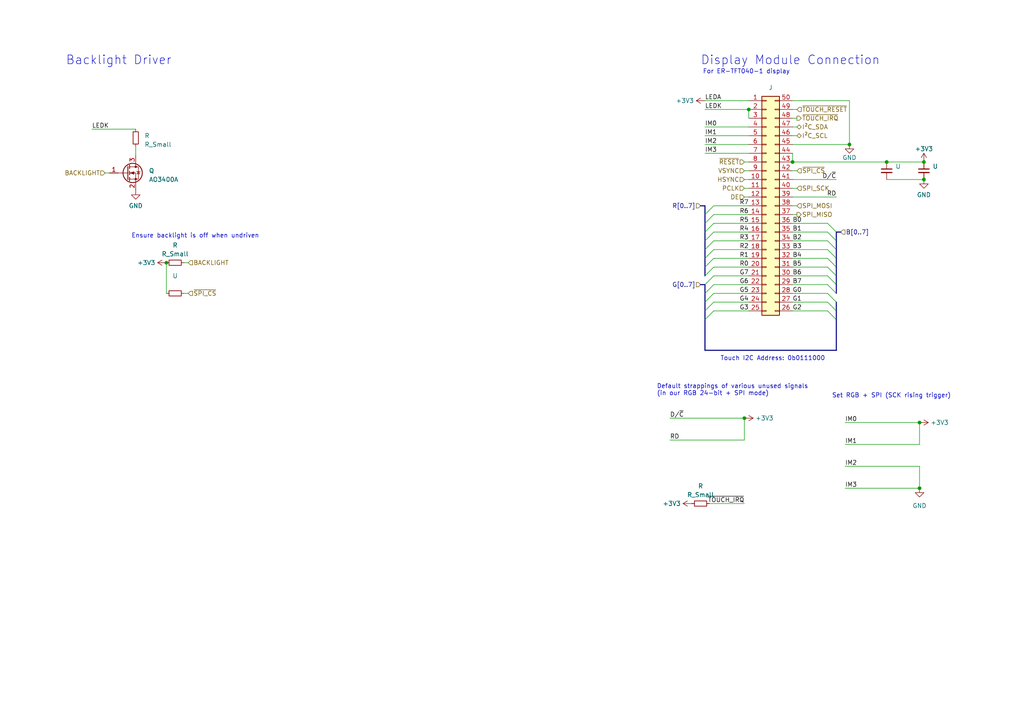
<source format=kicad_sch>
(kicad_sch (version 20220404) (generator eeschema)
  (paper "A4")
  (title_block (title "Front Panel") (date "2022-06-27") (rev "4"))
  (lib_symbols
    (symbol "Connector_Generic:Conn_02x25_Counter_Clockwise" (pin_names (offset 1.016) hide)
      (property "Reference" "J" (at 1.27 33.02 0))
      (property "Value" "Conn_02x25_Counter_Clockwise" (at 1.27 -33.02 0))
      (symbol "Conn_02x25_Counter_Clockwise_1_1"
        (rectangle (start -1.27 -30.353) (end 0 -30.607) (stroke (width 0.1524)))
        (rectangle (start -1.27 -27.813) (end 0 -28.067) (stroke (width 0.1524)))
        (rectangle (start -1.27 -25.273) (end 0 -25.527) (stroke (width 0.1524)))
        (rectangle (start -1.27 -22.733) (end 0 -22.987) (stroke (width 0.1524)))
        (rectangle (start -1.27 -20.193) (end 0 -20.447) (stroke (width 0.1524)))
        (rectangle (start -1.27 -17.653) (end 0 -17.907) (stroke (width 0.1524)))
        (rectangle (start -1.27 -15.113) (end 0 -15.367) (stroke (width 0.1524)))
        (rectangle (start -1.27 -12.573) (end 0 -12.827) (stroke (width 0.1524)))
        (rectangle (start -1.27 -10.033) (end 0 -10.287) (stroke (width 0.1524)))
        (rectangle (start -1.27 -7.493) (end 0 -7.747) (stroke (width 0.1524)))
        (rectangle (start -1.27 -4.953) (end 0 -5.207) (stroke (width 0.1524)))
        (rectangle (start -1.27 -2.413) (end 0 -2.667) (stroke (width 0.1524)))
        (rectangle (start -1.27 0.127) (end 0 -0.127) (stroke (width 0.1524)))
        (rectangle (start -1.27 2.667) (end 0 2.413) (stroke (width 0.1524)))
        (rectangle (start -1.27 5.207) (end 0 4.953) (stroke (width 0.1524)))
        (rectangle (start -1.27 7.747) (end 0 7.493) (stroke (width 0.1524)))
        (rectangle (start -1.27 10.287) (end 0 10.033) (stroke (width 0.1524)))
        (rectangle (start -1.27 12.827) (end 0 12.573) (stroke (width 0.1524)))
        (rectangle (start -1.27 15.367) (end 0 15.113) (stroke (width 0.1524)))
        (rectangle (start -1.27 17.907) (end 0 17.653) (stroke (width 0.1524)))
        (rectangle (start -1.27 20.447) (end 0 20.193) (stroke (width 0.1524)))
        (rectangle (start -1.27 22.987) (end 0 22.733) (stroke (width 0.1524)))
        (rectangle (start -1.27 25.527) (end 0 25.273) (stroke (width 0.1524)))
        (rectangle (start -1.27 28.067) (end 0 27.813) (stroke (width 0.1524)))
        (rectangle (start -1.27 30.607) (end 0 30.353) (stroke (width 0.1524)))
        (rectangle (start -1.27 31.75) (end 3.81 -31.75) (stroke (width 0.254)) (fill (type background)))
        (rectangle (start 3.81 -30.353) (end 2.54 -30.607) (stroke (width 0.1524)))
        (rectangle (start 3.81 -27.813) (end 2.54 -28.067) (stroke (width 0.1524)))
        (rectangle (start 3.81 -25.273) (end 2.54 -25.527) (stroke (width 0.1524)))
        (rectangle (start 3.81 -22.733) (end 2.54 -22.987) (stroke (width 0.1524)))
        (rectangle (start 3.81 -20.193) (end 2.54 -20.447) (stroke (width 0.1524)))
        (rectangle (start 3.81 -17.653) (end 2.54 -17.907) (stroke (width 0.1524)))
        (rectangle (start 3.81 -15.113) (end 2.54 -15.367) (stroke (width 0.1524)))
        (rectangle (start 3.81 -12.573) (end 2.54 -12.827) (stroke (width 0.1524)))
        (rectangle (start 3.81 -10.033) (end 2.54 -10.287) (stroke (width 0.1524)))
        (rectangle (start 3.81 -7.493) (end 2.54 -7.747) (stroke (width 0.1524)))
        (rectangle (start 3.81 -4.953) (end 2.54 -5.207) (stroke (width 0.1524)))
        (rectangle (start 3.81 -2.413) (end 2.54 -2.667) (stroke (width 0.1524)))
        (rectangle (start 3.81 0.127) (end 2.54 -0.127) (stroke (width 0.1524)))
        (rectangle (start 3.81 2.667) (end 2.54 2.413) (stroke (width 0.1524)))
        (rectangle (start 3.81 5.207) (end 2.54 4.953) (stroke (width 0.1524)))
        (rectangle (start 3.81 7.747) (end 2.54 7.493) (stroke (width 0.1524)))
        (rectangle (start 3.81 10.287) (end 2.54 10.033) (stroke (width 0.1524)))
        (rectangle (start 3.81 12.827) (end 2.54 12.573) (stroke (width 0.1524)))
        (rectangle (start 3.81 15.367) (end 2.54 15.113) (stroke (width 0.1524)))
        (rectangle (start 3.81 17.907) (end 2.54 17.653) (stroke (width 0.1524)))
        (rectangle (start 3.81 20.447) (end 2.54 20.193) (stroke (width 0.1524)))
        (rectangle (start 3.81 22.987) (end 2.54 22.733) (stroke (width 0.1524)))
        (rectangle (start 3.81 25.527) (end 2.54 25.273) (stroke (width 0.1524)))
        (rectangle (start 3.81 28.067) (end 2.54 27.813) (stroke (width 0.1524)))
        (rectangle (start 3.81 30.607) (end 2.54 30.353) (stroke (width 0.1524)))
        (pin passive line (at -5.08 30.48 0) (length 3.81) (name "Pin_1") (number "1"))
        (pin passive line (at -5.08 7.62 0) (length 3.81) (name "Pin_10") (number "10"))
        (pin passive line (at -5.08 5.08 0) (length 3.81) (name "Pin_11") (number "11"))
        (pin passive line (at -5.08 2.54 0) (length 3.81) (name "Pin_12") (number "12"))
        (pin passive line (at -5.08 0 0) (length 3.81) (name "Pin_13") (number "13"))
        (pin passive line (at -5.08 -2.54 0) (length 3.81) (name "Pin_14") (number "14"))
        (pin passive line (at -5.08 -5.08 0) (length 3.81) (name "Pin_15") (number "15"))
        (pin passive line (at -5.08 -7.62 0) (length 3.81) (name "Pin_16") (number "16"))
        (pin passive line (at -5.08 -10.16 0) (length 3.81) (name "Pin_17") (number "17"))
        (pin passive line (at -5.08 -12.7 0) (length 3.81) (name "Pin_18") (number "18"))
        (pin passive line (at -5.08 -15.24 0) (length 3.81) (name "Pin_19") (number "19"))
        (pin passive line (at -5.08 27.94 0) (length 3.81) (name "Pin_2") (number "2"))
        (pin passive line (at -5.08 -17.78 0) (length 3.81) (name "Pin_20") (number "20"))
        (pin passive line (at -5.08 -20.32 0) (length 3.81) (name "Pin_21") (number "21"))
        (pin passive line (at -5.08 -22.86 0) (length 3.81) (name "Pin_22") (number "22"))
        (pin passive line (at -5.08 -25.4 0) (length 3.81) (name "Pin_23") (number "23"))
        (pin passive line (at -5.08 -27.94 0) (length 3.81) (name "Pin_24") (number "24"))
        (pin passive line (at -5.08 -30.48 0) (length 3.81) (name "Pin_25") (number "25"))
        (pin passive line (at 7.62 -30.48 180) (length 3.81) (name "Pin_26") (number "26"))
        (pin passive line (at 7.62 -27.94 180) (length 3.81) (name "Pin_27") (number "27"))
        (pin passive line (at 7.62 -25.4 180) (length 3.81) (name "Pin_28") (number "28"))
        (pin passive line (at 7.62 -22.86 180) (length 3.81) (name "Pin_29") (number "29"))
        (pin passive line (at -5.08 25.4 0) (length 3.81) (name "Pin_3") (number "3"))
        (pin passive line (at 7.62 -20.32 180) (length 3.81) (name "Pin_30") (number "30"))
        (pin passive line (at 7.62 -17.78 180) (length 3.81) (name "Pin_31") (number "31"))
        (pin passive line (at 7.62 -15.24 180) (length 3.81) (name "Pin_32") (number "32"))
        (pin passive line (at 7.62 -12.7 180) (length 3.81) (name "Pin_33") (number "33"))
        (pin passive line (at 7.62 -10.16 180) (length 3.81) (name "Pin_34") (number "34"))
        (pin passive line (at 7.62 -7.62 180) (length 3.81) (name "Pin_35") (number "35"))
        (pin passive line (at 7.62 -5.08 180) (length 3.81) (name "Pin_36") (number "36"))
        (pin passive line (at 7.62 -2.54 180) (length 3.81) (name "Pin_37") (number "37"))
        (pin passive line (at 7.62 0 180) (length 3.81) (name "Pin_38") (number "38"))
        (pin passive line (at 7.62 2.54 180) (length 3.81) (name "Pin_39") (number "39"))
        (pin passive line (at -5.08 22.86 0) (length 3.81) (name "Pin_4") (number "4"))
        (pin passive line (at 7.62 5.08 180) (length 3.81) (name "Pin_40") (number "40"))
        (pin passive line (at 7.62 7.62 180) (length 3.81) (name "Pin_41") (number "41"))
        (pin passive line (at 7.62 10.16 180) (length 3.81) (name "Pin_42") (number "42"))
        (pin passive line (at 7.62 12.7 180) (length 3.81) (name "Pin_43") (number "43"))
        (pin passive line (at 7.62 15.24 180) (length 3.81) (name "Pin_44") (number "44"))
        (pin passive line (at 7.62 17.78 180) (length 3.81) (name "Pin_45") (number "45"))
        (pin passive line (at 7.62 20.32 180) (length 3.81) (name "Pin_46") (number "46"))
        (pin passive line (at 7.62 22.86 180) (length 3.81) (name "Pin_47") (number "47"))
        (pin passive line (at 7.62 25.4 180) (length 3.81) (name "Pin_48") (number "48"))
        (pin passive line (at 7.62 27.94 180) (length 3.81) (name "Pin_49") (number "49"))
        (pin passive line (at -5.08 20.32 0) (length 3.81) (name "Pin_5") (number "5"))
        (pin passive line (at 7.62 30.48 180) (length 3.81) (name "Pin_50") (number "50"))
        (pin passive line (at -5.08 17.78 0) (length 3.81) (name "Pin_6") (number "6"))
        (pin passive line (at -5.08 15.24 0) (length 3.81) (name "Pin_7") (number "7"))
        (pin passive line (at -5.08 12.7 0) (length 3.81) (name "Pin_8") (number "8"))
        (pin passive line (at -5.08 10.16 0) (length 3.81) (name "Pin_9") (number "9"))
      )
    )
    (symbol "Device:C_Small" (pin_numbers hide) (pin_names (offset 0.254) hide)
      (property "Reference" "C" (at 0.254 1.778 0))
      (property "Value" "C_Small" (at 0.254 -2.032 0))
      (symbol "C_Small_0_1"
        (polyline (pts (xy -1.524 -0.508) (xy 1.524 -0.508)) (stroke (width 0.3302)))
        (polyline (pts (xy -1.524 0.508) (xy 1.524 0.508)) (stroke (width 0.3048)))
      )
      (symbol "C_Small_1_1"
        (pin passive line (at 0 2.54 270) (length 2.032) (name "~") (number "1"))
        (pin passive line (at 0 -2.54 90) (length 2.032) (name "~") (number "2"))
      )
    )
    (symbol "Device:R_Small" (pin_numbers hide) (pin_names (offset 0.254) hide)
      (property "Reference" "R" (at 0.762 0.508 0))
      (property "Value" "R_Small" (at 0.762 -1.016 0))
      (symbol "R_Small_0_1"
        (rectangle (start -0.762 1.778) (end 0.762 -1.778) (stroke (width 0.2032)))
      )
      (symbol "R_Small_1_1"
        (pin passive line (at 0 2.54 270) (length 0.762) (name "~") (number "1"))
        (pin passive line (at 0 -2.54 90) (length 0.762) (name "~") (number "2"))
      )
    )
    (symbol "Transistor_FET:AO3400A" (pin_names hide)
      (property "Reference" "Q" (at 5.08 1.905 0))
      (property "Value" "AO3400A" (at 5.08 0 0))
      (symbol "AO3400A_0_1"
        (polyline (pts (xy 0.254 0) (xy -2.54 0)))
        (polyline (pts (xy 0.254 1.905) (xy 0.254 -1.905)) (stroke (width 0.254)))
        (polyline (pts (xy 0.762 -1.27) (xy 0.762 -2.286)) (stroke (width 0.254)))
        (polyline (pts (xy 0.762 0.508) (xy 0.762 -0.508)) (stroke (width 0.254)))
        (polyline (pts (xy 0.762 2.286) (xy 0.762 1.27)) (stroke (width 0.254)))
        (polyline (pts (xy 2.54 2.54) (xy 2.54 1.778)))
        (polyline (pts (xy 2.54 -2.54) (xy 2.54 0) (xy 0.762 0)))
        (polyline (pts (xy 0.762 -1.778) (xy 3.302 -1.778) (xy 3.302 1.778) (xy 0.762 1.778)))
        (polyline (pts (xy 1.016 0) (xy 2.032 0.381) (xy 2.032 -0.381) (xy 1.016 0)) (fill (type outline)))
        (polyline (pts (xy 2.794 0.508) (xy 2.921 0.381) (xy 3.683 0.381) (xy 3.81 0.254)))
        (polyline (pts (xy 3.302 0.381) (xy 2.921 -0.254) (xy 3.683 -0.254) (xy 3.302 0.381)))
        (circle (center 1.651 0) (radius 2.794) (stroke (width 0.254)))
        (circle (center 2.54 -1.778) (radius 0.254) (fill (type outline)))
        (circle (center 2.54 1.778) (radius 0.254) (fill (type outline)))
      )
      (symbol "AO3400A_1_1"
        (pin input line (at -5.08 0 0) (length 2.54) (name "G") (number "1"))
        (pin passive line (at 2.54 -5.08 90) (length 2.54) (name "S") (number "2"))
        (pin passive line (at 2.54 5.08 270) (length 2.54) (name "D") (number "3"))
      )
    )
    (symbol "power:+3V3" (power) (pin_names (offset 0))
      (property "Value" "+3V3" (at 0 3.556 0))
      (symbol "+3V3_0_1"
        (polyline (pts (xy -0.762 1.27) (xy 0 2.54)))
        (polyline (pts (xy 0 0) (xy 0 2.54)))
        (polyline (pts (xy 0 2.54) (xy 0.762 1.27)))
      )
      (symbol "+3V3_1_1"
        (pin power_in line (at 0 0 90) (length 0) hide (name "+3V3") (number "1"))
      )
    )
    (symbol "power:GND" (power) (pin_names (offset 0))
      (property "Value" "GND" (at 0 -3.81 0))
      (symbol "GND_0_1"
        (polyline (pts (xy 0 0) (xy 0 -1.27) (xy 1.27 -1.27) (xy 0 -2.54) (xy -1.27 -1.27) (xy 0 -1.27)))
      )
      (symbol "GND_1_1"
        (pin power_in line (at 0 0 270) (length 0) hide (name "GND") (number "1"))
      )
    )
  )
  (junction (at 229.87 46.99))
  (junction (at 215.9 121.285))
  (junction (at 246.38 41.91))
  (junction (at 267.97 46.99))
  (junction (at 217.17 31.75))
  (junction (at 266.7 122.555))
  (junction (at 267.97 52.07))
  (junction (at 48.26 76.2))
  (junction (at 266.7 141.605))
  (junction (at 257.175 46.99))
  (bus_entry (at 240.03 87.63) (size 2.54 2.54))
  (bus_entry (at 240.03 69.85) (size 2.54 2.54))
  (bus_entry (at 204.47 82.55) (size 2.54 -2.54))
  (bus_entry (at 204.47 72.39) (size 2.54 -2.54))
  (bus_entry (at 240.03 85.09) (size 2.54 2.54))
  (bus_entry (at 204.47 62.23) (size 2.54 -2.54))
  (bus_entry (at 204.47 74.93) (size 2.54 -2.54))
  (bus_entry (at 204.47 80.01) (size 2.54 -2.54))
  (bus_entry (at 204.47 77.47) (size 2.54 -2.54))
  (bus_entry (at 204.47 87.63) (size 2.54 -2.54))
  (bus_entry (at 240.03 72.39) (size 2.54 2.54))
  (bus_entry (at 240.03 90.17) (size 2.54 2.54))
  (bus_entry (at 204.47 92.71) (size 2.54 -2.54))
  (bus_entry (at 204.47 90.17) (size 2.54 -2.54))
  (bus_entry (at 204.47 64.77) (size 2.54 -2.54))
  (bus_entry (at 240.03 67.31) (size 2.54 2.54))
  (bus_entry (at 240.03 77.47) (size 2.54 2.54))
  (bus_entry (at 204.47 85.09) (size 2.54 -2.54))
  (bus_entry (at 204.47 67.31) (size 2.54 -2.54))
  (bus_entry (at 240.03 64.77) (size 2.54 2.54))
  (bus_entry (at 204.47 69.85) (size 2.54 -2.54))
  (bus_entry (at 240.03 82.55) (size 2.54 2.54))
  (bus_entry (at 240.03 80.01) (size 2.54 2.54))
  (bus_entry (at 240.03 74.93) (size 2.54 2.54))
  (wire (pts (xy 229.87 69.85) (xy 240.03 69.85)))
  (wire (pts (xy 229.87 74.93) (xy 240.03 74.93)))
  (wire (pts (xy 207.01 69.85) (xy 217.17 69.85)))
  (wire (pts (xy 204.47 41.91) (xy 217.17 41.91)))
  (wire (pts (xy 229.87 64.77) (xy 240.03 64.77)))
  (wire (pts (xy 229.87 59.69) (xy 231.14 59.69)))
  (wire (pts (xy 229.87 62.23) (xy 231.14 62.23)))
  (bus (pts (xy 242.57 92.71) (xy 242.57 101.6)))
  (wire (pts (xy 245.11 141.605) (xy 266.7 141.605)))
  (wire (pts (xy 215.9 49.53) (xy 217.17 49.53)))
  (wire (pts (xy 48.26 76.2) (xy 48.26 85.09)))
  (wire (pts (xy 217.17 31.75) (xy 217.17 34.29)))
  (wire (pts (xy 229.87 52.07) (xy 242.57 52.07)))
  (wire (pts (xy 204.47 31.75) (xy 217.17 31.75)))
  (bus (pts (xy 242.57 90.17) (xy 242.57 92.71)))
  (wire (pts (xy 246.38 29.21) (xy 246.38 41.91)))
  (wire (pts (xy 207.01 72.39) (xy 217.17 72.39)))
  (bus (pts (xy 204.47 72.39) (xy 204.47 74.93)))
  (bus (pts (xy 204.47 62.23) (xy 204.47 64.77)))
  (wire (pts (xy 245.11 135.255) (xy 266.7 135.255)))
  (wire (pts (xy 266.7 141.605) (xy 266.7 135.255)))
  (bus (pts (xy 242.57 87.63) (xy 242.57 90.17)))
  (bus (pts (xy 204.47 82.55) (xy 204.47 85.09)))
  (wire (pts (xy 229.87 72.39) (xy 240.03 72.39)))
  (bus (pts (xy 204.47 101.6) (xy 242.57 101.6)))
  (wire (pts (xy 30.48 50.165) (xy 31.75 50.165)))
  (wire (pts (xy 229.87 87.63) (xy 240.03 87.63)))
  (bus (pts (xy 204.47 82.55) (xy 203.2 82.55)))
  (wire (pts (xy 229.87 80.01) (xy 240.03 80.01)))
  (wire (pts (xy 204.47 39.37) (xy 217.17 39.37)))
  (bus (pts (xy 242.57 80.01) (xy 242.57 82.55)))
  (wire (pts (xy 194.31 121.285) (xy 215.9 121.285)))
  (wire (pts (xy 266.7 128.905) (xy 266.7 122.555)))
  (wire (pts (xy 257.175 52.07) (xy 267.97 52.07)))
  (wire (pts (xy 207.01 64.77) (xy 217.17 64.77)))
  (wire (pts (xy 39.37 42.545) (xy 39.37 45.085)))
  (wire (pts (xy 207.01 90.17) (xy 217.17 90.17)))
  (bus (pts (xy 242.57 77.47) (xy 242.57 80.01)))
  (wire (pts (xy 207.01 82.55) (xy 217.17 82.55)))
  (wire (pts (xy 207.01 77.47) (xy 217.17 77.47)))
  (wire (pts (xy 257.175 46.99) (xy 267.97 46.99)))
  (bus (pts (xy 204.47 69.85) (xy 204.47 72.39)))
  (wire (pts (xy 245.11 122.555) (xy 266.7 122.555)))
  (wire (pts (xy 205.74 146.05) (xy 215.9 146.05)))
  (wire (pts (xy 215.9 57.15) (xy 217.17 57.15)))
  (wire (pts (xy 53.34 85.09) (xy 54.61 85.09)))
  (bus (pts (xy 242.57 69.85) (xy 242.57 72.39)))
  (wire (pts (xy 215.9 52.07) (xy 217.17 52.07)))
  (bus (pts (xy 204.47 74.93) (xy 204.47 77.47)))
  (wire (pts (xy 229.87 85.09) (xy 240.03 85.09)))
  (wire (pts (xy 207.01 67.31) (xy 217.17 67.31)))
  (wire (pts (xy 204.47 44.45) (xy 217.17 44.45)))
  (bus (pts (xy 204.47 90.17) (xy 204.47 92.71)))
  (bus (pts (xy 242.57 67.31) (xy 243.84 67.31)))
  (bus (pts (xy 204.47 77.47) (xy 204.47 80.01)))
  (bus (pts (xy 242.57 82.55) (xy 242.57 85.09)))
  (bus (pts (xy 242.57 74.93) (xy 242.57 77.47)))
  (wire (pts (xy 204.47 29.21) (xy 217.17 29.21)))
  (wire (pts (xy 229.87 77.47) (xy 240.03 77.47)))
  (wire (pts (xy 229.87 44.45) (xy 229.87 46.99)))
  (wire (pts (xy 229.87 49.53) (xy 231.14 49.53)))
  (wire (pts (xy 207.01 80.01) (xy 217.17 80.01)))
  (wire (pts (xy 229.87 67.31) (xy 240.03 67.31)))
  (bus (pts (xy 204.47 59.69) (xy 204.47 62.23)))
  (wire (pts (xy 229.87 31.75) (xy 231.14 31.75)))
  (wire (pts (xy 245.11 128.905) (xy 266.7 128.905)))
  (bus (pts (xy 204.47 87.63) (xy 204.47 90.17)))
  (wire (pts (xy 207.01 87.63) (xy 217.17 87.63)))
  (bus (pts (xy 204.47 85.09) (xy 204.47 87.63)))
  (wire (pts (xy 215.9 54.61) (xy 217.17 54.61)))
  (wire (pts (xy 229.87 82.55) (xy 240.03 82.55)))
  (bus (pts (xy 204.47 67.31) (xy 204.47 69.85)))
  (wire (pts (xy 215.9 127.635) (xy 215.9 121.285)))
  (wire (pts (xy 229.87 57.15) (xy 242.57 57.15)))
  (wire (pts (xy 207.01 85.09) (xy 217.17 85.09)))
  (wire (pts (xy 194.31 127.635) (xy 215.9 127.635)))
  (bus (pts (xy 204.47 92.71) (xy 204.47 101.6)))
  (wire (pts (xy 229.87 34.29) (xy 231.14 34.29)))
  (wire (pts (xy 229.87 39.37) (xy 231.14 39.37)))
  (wire (pts (xy 207.01 59.69) (xy 217.17 59.69)))
  (wire (pts (xy 215.9 46.99) (xy 217.17 46.99)))
  (bus (pts (xy 242.57 72.39) (xy 242.57 74.93)))
  (bus (pts (xy 242.57 67.31) (xy 242.57 69.85)))
  (wire (pts (xy 26.67 37.465) (xy 39.37 37.465)))
  (bus (pts (xy 204.47 59.69) (xy 203.2 59.69)))
  (wire (pts (xy 229.87 41.91) (xy 246.38 41.91)))
  (wire (pts (xy 229.87 46.99) (xy 257.175 46.99)))
  (wire (pts (xy 229.87 36.83) (xy 231.14 36.83)))
  (wire (pts (xy 53.34 76.2) (xy 54.61 76.2)))
  (wire (pts (xy 207.01 62.23) (xy 217.17 62.23)))
  (wire (pts (xy 229.87 54.61) (xy 231.14 54.61)))
  (wire (pts (xy 204.47 36.83) (xy 217.17 36.83)))
  (wire (pts (xy 229.87 90.17) (xy 240.03 90.17)))
  (wire (pts (xy 207.01 74.93) (xy 217.17 74.93)))
  (wire (pts (xy 229.87 29.21) (xy 246.38 29.21)))
  (bus (pts (xy 204.47 64.77) (xy 204.47 67.31)))
  (text "Set RGB + SPI (SCK rising trigger)" (at 241.3 115.57 0) (effects (font (size 1.27 1.27)) (justify left bottom)))
  (text "Ensure backlight is off when undriven" (at 38.1 69.215 0) (effects (font (size 1.27 1.27)) (justify left bottom)))
  (text "For ER-TFT040-1 display" (at 203.835 21.59 0) (effects (font (size 1.27 1.27)) (justify left bottom)))
  (text "Default strappings of various unused signals\n(in our RGB 24-bit + SPI mode)\n" (at 190.5 114.935 0) (effects (font (size 1.27 1.27)) (justify left bottom)))
  (text "Touch I2C Address: 0b0111000" (at 208.915 104.775 0) (effects (font (size 1.27 1.27)) (justify left bottom)))
  (text "Display Module Connection" (at 203.2 19.05 0) (effects (font (size 2.54 2.54)) (justify left bottom)))
  (text "Backlight Driver" (at 19.05 19.05 0) (effects (font (size 2.54 2.54)) (justify left bottom)))
  (label "G2" (at 229.87 90.17 0))
  (label "D{slash}~{C}" (at 194.31 121.285 0))
  (label "IM3" (at 204.47 44.45 0))
  (label "B5" (at 229.87 77.47 0))
  (label "G1" (at 229.87 87.63 0))
  (label "B7" (at 229.87 82.55 0))
  (label "B3" (at 229.87 72.39 0))
  (label "IM2" (at 245.11 135.255 0))
  (label "~{TOUCH_IRQ}" (at 215.9 146.05 0))
  (label "R2" (at 217.17 72.39 0))
  (label "RD" (at 194.31 127.635 0))
  (label "IM1" (at 204.47 39.37 0))
  (label "IM2" (at 204.47 41.91 0))
  (label "R0" (at 217.17 77.47 0))
  (label "G6" (at 217.17 82.55 0))
  (label "LEDK" (at 204.47 31.75 0))
  (label "B2" (at 229.87 69.85 0))
  (label "R1" (at 217.17 74.93 0))
  (label "G3" (at 217.17 90.17 0))
  (label "IM1" (at 245.11 128.905 0))
  (label "LEDK" (at 26.67 37.465 0))
  (label "B1" (at 229.87 67.31 0))
  (label "R5" (at 217.17 64.77 0))
  (label "IM0" (at 204.47 36.83 0))
  (label "R4" (at 217.17 67.31 0))
  (label "RD" (at 242.57 57.15 0))
  (label "R3" (at 217.17 69.85 0))
  (label "G7" (at 217.17 80.01 0))
  (label "IM0" (at 245.11 122.555 0))
  (label "G0" (at 229.87 85.09 0))
  (label "LEDA" (at 204.47 29.21 0))
  (label "R7" (at 217.17 59.69 0))
  (label "B4" (at 229.87 74.93 0))
  (label "B6" (at 229.87 80.01 0))
  (label "G4" (at 217.17 87.63 0))
  (label "R6" (at 217.17 62.23 0))
  (label "IM3" (at 245.11 141.605 0))
  (label "B0" (at 229.87 64.77 0))
  (label "D{slash}~{C}" (at 242.57 52.07 0))
  (label "G5" (at 217.17 85.09 0))
  (hierarchical_label "I²C_SDA" (shape bidirectional) (at 231.14 36.83 0))
  (hierarchical_label "~{RESET}" (shape input) (at 215.9 46.99 180))
  (hierarchical_label "PCLK" (shape input) (at 215.9 54.61 180))
  (hierarchical_label "G[0..7]" (shape input) (at 203.2 82.55 180))
  (hierarchical_label "BACKLIGHT" (shape input) (at 30.48 50.165 180))
  (hierarchical_label "~{TOUCH_IRQ}" (shape output) (at 231.14 34.29 0))
  (hierarchical_label "BACKLIGHT" (shape input) (at 54.61 76.2 0))
  (hierarchical_label "I²C_SCL" (shape bidirectional) (at 231.14 39.37 0))
  (hierarchical_label "SPI_MISO" (shape output) (at 231.14 62.23 0))
  (hierarchical_label "VSYNC" (shape input) (at 215.9 49.53 180))
  (hierarchical_label "DE" (shape input) (at 215.9 57.15 180))
  (hierarchical_label "R[0..7]" (shape input) (at 203.2 59.69 180))
  (hierarchical_label "HSYNC" (shape input) (at 215.9 52.07 180))
  (hierarchical_label "SPI_SCK" (shape input) (at 231.14 54.61 0))
  (hierarchical_label "~{SPI_CS}" (shape input) (at 231.14 49.53 0))
  (hierarchical_label "B[0..7]" (shape input) (at 243.84 67.31 0))
  (hierarchical_label "~{TOUCH_RESET}" (shape input) (at 231.14 31.75 0))
  (hierarchical_label "SPI_MOSI" (shape input) (at 231.14 59.69 0))
  (hierarchical_label "~{SPI_CS}" (shape input) (at 54.61 85.09 0))
  (symbol (lib_id "Device:R_Small") (at 203.2 146.05 90) (unit 1)
    (default_instance (reference "R") (unit 1) (value "R_Small") (footprint ""))
    (property "Reference" "R" (at 203.2 140.97 90))
    (property "Value" "R_Small" (at 203.2 143.51 90))
  )
  (symbol (lib_id "Device:C_Small") (at 257.175 49.53 0) (unit 1)
    (default_instance (reference "U") (unit 1) (value "") (footprint ""))
    (property "Reference" "U" (at 259.715 48.2662 0) (effects (justify left)))
  )
  (symbol (lib_id "power:GND") (at 246.38 41.91 0) (unit 1)
    (default_instance (reference "#PWR") (unit 1) (value "GND") (footprint ""))
    (property "Reference" "#PWR" (effects hide))
    (property "Value" "GND" (at 246.38 45.72 0))
  )
  (symbol (lib_id "power:+3V3") (at 215.9 121.285 270) (unit 1)
    (default_instance (reference "#PWR") (unit 1) (value "+3V3") (footprint ""))
    (property "Reference" "#PWR" (effects hide))
    (property "Value" "+3V3" (at 219.075 121.285 90) (effects (justify left)))
  )
  (symbol (lib_id "Transistor_FET:AO3400A") (at 36.83 50.165 0) (unit 1)
    (default_instance (reference "Q") (unit 1) (value "AO3400A") (footprint "Package_TO_SOT_SMD:SOT-23"))
    (property "Reference" "Q" (at 43.18 49.53 0) (effects (justify left)))
    (property "Value" "AO3400A" (at 43.18 52.07 0) (effects (justify left)))
    (property "Footprint" "Package_TO_SOT_SMD:SOT-23" (effects hide))
    (property "Datasheet" "http://www.aosmd.com/pdfs/datasheet/AO3400A.pdf" (effects hide))
    (property "JLCPCB" "C20917" (effects hide))
  )
  (symbol (lib_id "power:+3V3") (at 267.97 46.99 0) (unit 1)
    (default_instance (reference "#PWR") (unit 1) (value "+3V3") (footprint ""))
    (property "Reference" "#PWR" (effects hide))
    (property "Value" "+3V3" (at 267.97 43.18 0))
  )
  (symbol (lib_id "Device:R_Small") (at 50.8 85.09 270) (mirror x) (unit 1)
    (default_instance (reference "U") (unit 1) (value "") (footprint ""))
    (property "Reference" "U" (at 50.8 80.01 90))
  )
  (symbol (lib_id "power:+3V3") (at 204.47 29.21 90) (unit 1)
    (default_instance (reference "#PWR") (unit 1) (value "+3V3") (footprint ""))
    (property "Reference" "#PWR" (effects hide))
    (property "Value" "+3V3" (at 201.295 29.21 90) (effects (justify left)))
  )
  (symbol (lib_id "power:+3V3") (at 48.26 76.2 90) (unit 1)
    (default_instance (reference "#PWR") (unit 1) (value "+3V3") (footprint ""))
    (property "Reference" "#PWR" (effects hide))
    (property "Value" "+3V3" (at 45.085 76.2 90) (effects (justify left)))
  )
  (symbol (lib_id "power:+3V3") (at 200.66 146.05 90) (unit 1)
    (default_instance (reference "#PWR") (unit 1) (value "+3V3") (footprint ""))
    (property "Reference" "#PWR" (effects hide))
    (property "Value" "+3V3" (at 197.485 146.05 90) (effects (justify left)))
  )
  (symbol (lib_id "power:+3V3") (at 266.7 122.555 270) (unit 1)
    (default_instance (reference "#PWR") (unit 1) (value "+3V3") (footprint ""))
    (property "Reference" "#PWR" (effects hide))
    (property "Value" "+3V3" (at 269.875 122.555 90) (effects (justify left)))
  )
  (symbol (lib_id "Device:R_Small") (at 50.8 76.2 270) (unit 1)
    (default_instance (reference "R") (unit 1) (value "R_Small") (footprint ""))
    (property "Reference" "R" (at 50.8 71.12 90))
    (property "Value" "R_Small" (at 50.8 73.66 90))
  )
  (symbol (lib_id "Device:R_Small") (at 39.37 40.005 0) (unit 1)
    (default_instance (reference "R") (unit 1) (value "R_Small") (footprint ""))
    (property "Reference" "R" (at 41.91 39.37 0) (effects (justify left)))
    (property "Value" "R_Small" (at 41.91 41.91 0) (effects (justify left)))
    (property "JLCPCB" "C22939" (effects hide))
  )
  (symbol (lib_id "power:GND") (at 267.97 52.07 0) (unit 1)
    (default_instance (reference "#PWR") (unit 1) (value "GND") (footprint ""))
    (property "Reference" "#PWR" (effects hide))
    (property "Value" "GND" (at 267.97 56.515 0))
  )
  (symbol (lib_id "Connector_Generic:Conn_02x25_Counter_Clockwise") (at 222.25 59.69 0) (unit 1)
    (default_instance (reference "J") (unit 1) (value "Conn_02x25_Counter_Clockwise") (footprint ""))
    (property "Reference" "J" (at 223.52 25.4 0))
    (property "Value" "Conn_02x25_Counter_Clockwise" (effects hide))
  )
  (symbol (lib_id "Device:C_Small") (at 267.97 49.53 0) (unit 1)
    (default_instance (reference "U") (unit 1) (value "") (footprint ""))
    (property "Reference" "U" (at 270.51 48.2662 0) (effects (justify left)))
    (property "JLCPCB" "C19666" (effects hide))
  )
  (symbol (lib_id "power:GND") (at 266.7 141.605 0) (unit 1)
    (default_instance (reference "#PWR") (unit 1) (value "GND") (footprint ""))
    (property "Reference" "#PWR" (effects hide))
    (property "Value" "GND" (at 266.7 146.685 0))
  )
  (symbol (lib_id "power:GND") (at 39.37 55.245 0) (unit 1)
    (default_instance (reference "#PWR") (unit 1) (value "GND") (footprint ""))
    (property "Reference" "#PWR" (effects hide))
    (property "Value" "GND" (at 39.37 59.69 0))
  )
)
</source>
